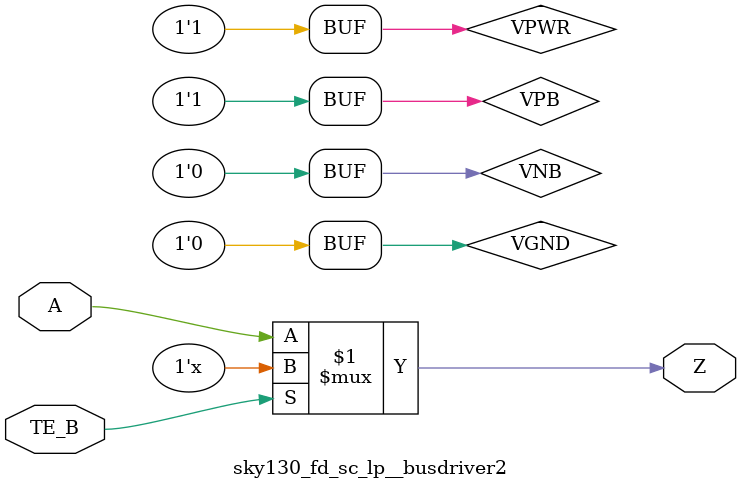
<source format=v>
/*
 * Copyright 2020 The SkyWater PDK Authors
 *
 * Licensed under the Apache License, Version 2.0 (the "License");
 * you may not use this file except in compliance with the License.
 * You may obtain a copy of the License at
 *
 *     https://www.apache.org/licenses/LICENSE-2.0
 *
 * Unless required by applicable law or agreed to in writing, software
 * distributed under the License is distributed on an "AS IS" BASIS,
 * WITHOUT WARRANTIES OR CONDITIONS OF ANY KIND, either express or implied.
 * See the License for the specific language governing permissions and
 * limitations under the License.
 *
 * SPDX-License-Identifier: Apache-2.0
*/


`ifndef SKY130_FD_SC_LP__BUSDRIVER2_TIMING_V
`define SKY130_FD_SC_LP__BUSDRIVER2_TIMING_V

/**
 * busdriver2: Bus driver (pmos devices).
 *
 * Verilog simulation timing model.
 */

`timescale 1ns / 1ps
`default_nettype none

`celldefine
module sky130_fd_sc_lp__busdriver2 (
    Z   ,
    A   ,
    TE_B
);

    // Module ports
    output Z   ;
    input  A   ;
    input  TE_B;

    // Module supplies
    supply1 VPWR;
    supply0 VGND;
    supply1 VPB ;
    supply0 VNB ;

    //     Name     Output  Other arguments
    bufif0 bufif00 (Z     , A, TE_B        );

endmodule
`endcelldefine

`default_nettype wire
`endif  // SKY130_FD_SC_LP__BUSDRIVER2_TIMING_V

</source>
